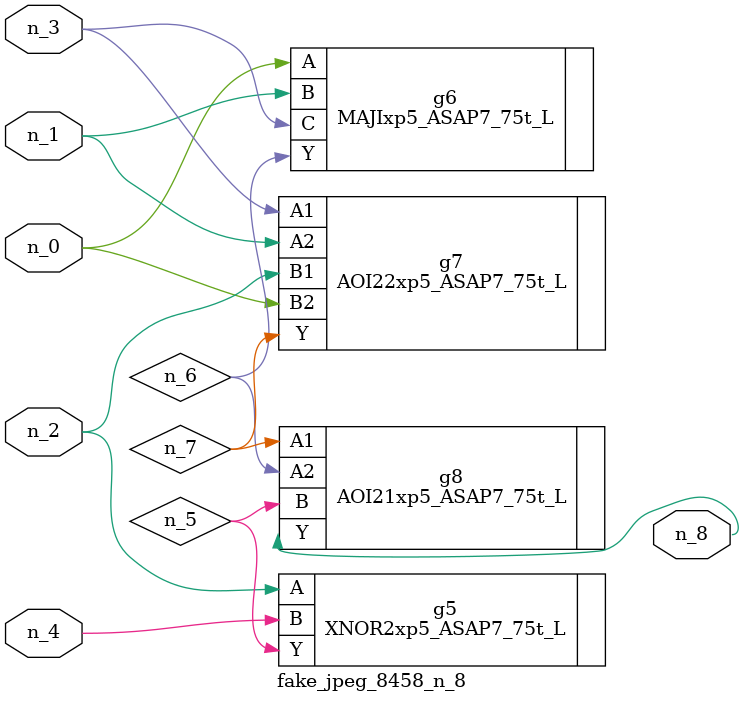
<source format=v>
module fake_jpeg_8458_n_8 (n_3, n_2, n_1, n_0, n_4, n_8);

input n_3;
input n_2;
input n_1;
input n_0;
input n_4;

output n_8;

wire n_6;
wire n_5;
wire n_7;

XNOR2xp5_ASAP7_75t_L g5 ( 
.A(n_2),
.B(n_4),
.Y(n_5)
);

MAJIxp5_ASAP7_75t_L g6 ( 
.A(n_0),
.B(n_1),
.C(n_3),
.Y(n_6)
);

AOI22xp5_ASAP7_75t_L g7 ( 
.A1(n_3),
.A2(n_1),
.B1(n_2),
.B2(n_0),
.Y(n_7)
);

AOI21xp5_ASAP7_75t_L g8 ( 
.A1(n_7),
.A2(n_6),
.B(n_5),
.Y(n_8)
);


endmodule
</source>
